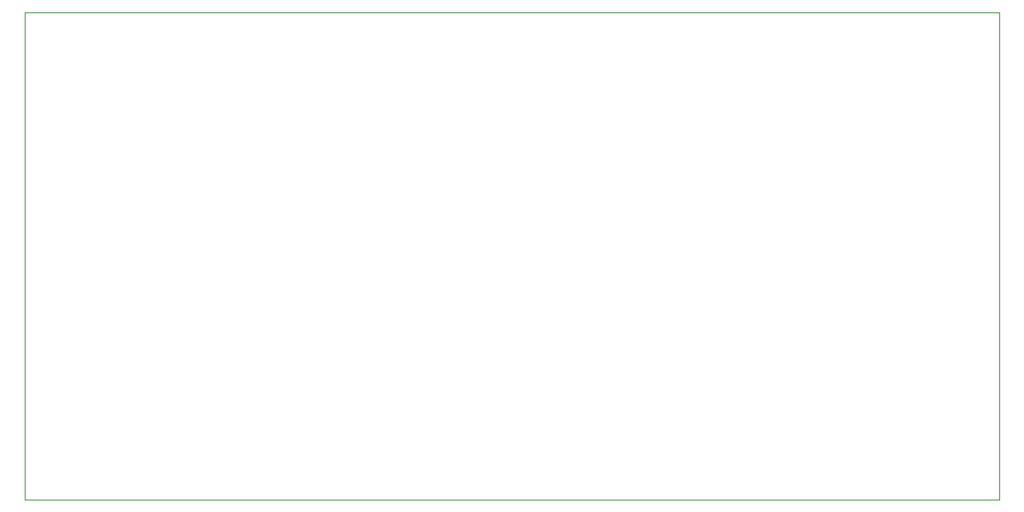
<source format=gm1>
G04 #@! TF.GenerationSoftware,KiCad,Pcbnew,(7.0.0)*
G04 #@! TF.CreationDate,2023-06-04T18:46:28+02:00*
G04 #@! TF.ProjectId,Pot,506f742e-6b69-4636-9164-5f7063625858,rev?*
G04 #@! TF.SameCoordinates,Original*
G04 #@! TF.FileFunction,Profile,NP*
%FSLAX46Y46*%
G04 Gerber Fmt 4.6, Leading zero omitted, Abs format (unit mm)*
G04 Created by KiCad (PCBNEW (7.0.0)) date 2023-06-04 18:46:28*
%MOMM*%
%LPD*%
G01*
G04 APERTURE LIST*
G04 #@! TA.AperFunction,Profile*
%ADD10C,0.100000*%
G04 #@! TD*
G04 APERTURE END LIST*
D10*
X162000000Y-111000000D02*
X61900000Y-111000000D01*
X61900000Y-61000000D01*
X162000000Y-61000000D01*
X162000000Y-111000000D01*
M02*

</source>
